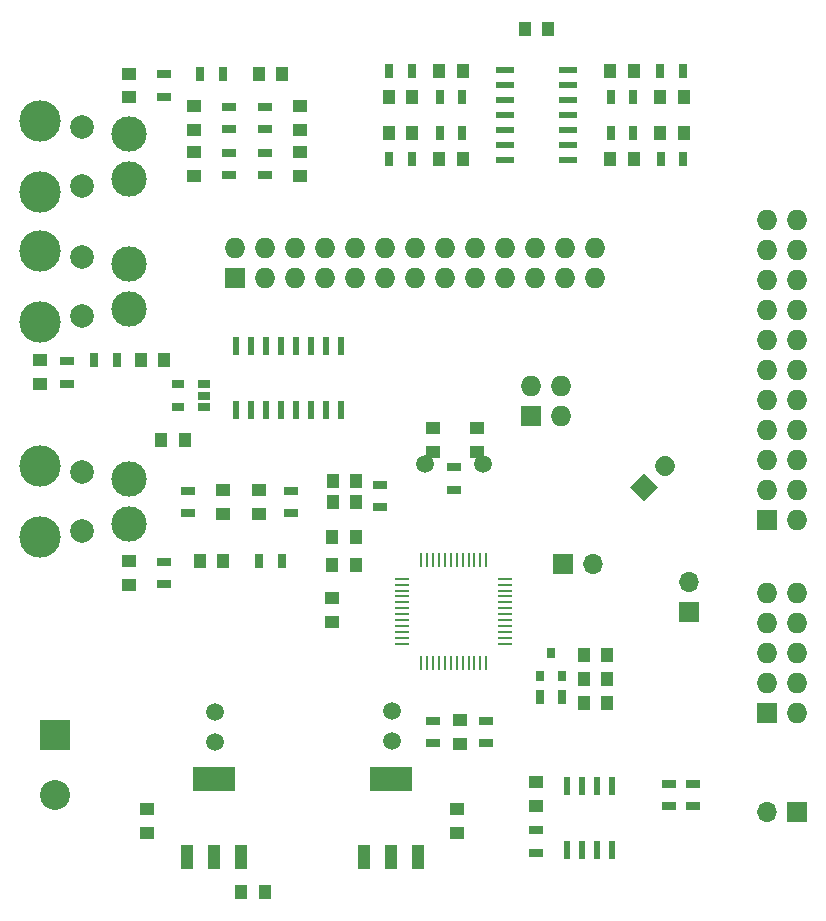
<source format=gbr>
G04 #@! TF.FileFunction,Soldermask,Top*
%FSLAX46Y46*%
G04 Gerber Fmt 4.6, Leading zero omitted, Abs format (unit mm)*
G04 Created by KiCad (PCBNEW 4.0.1-stable) date 10.10.2017 21:56:15*
%MOMM*%
G01*
G04 APERTURE LIST*
%ADD10C,0.100000*%
%ADD11R,0.250000X1.300000*%
%ADD12R,1.300000X0.250000*%
%ADD13R,1.300000X0.700000*%
%ADD14R,0.600000X1.500000*%
%ADD15R,1.727200X1.727200*%
%ADD16O,1.727200X1.727200*%
%ADD17R,1.250000X1.000000*%
%ADD18C,1.501140*%
%ADD19R,0.700000X1.300000*%
%ADD20R,1.000000X1.250000*%
%ADD21R,0.600000X1.550000*%
%ADD22R,1.500000X0.600000*%
%ADD23R,2.540000X2.540000*%
%ADD24C,2.540000*%
%ADD25R,3.657600X2.032000*%
%ADD26R,1.016000X2.032000*%
%ADD27R,1.060000X0.650000*%
%ADD28C,3.000000*%
%ADD29C,2.000000*%
%ADD30C,3.500000*%
%ADD31R,0.800000X0.900000*%
%ADD32R,1.700000X1.700000*%
%ADD33O,1.700000X1.700000*%
%ADD34C,1.700000*%
G04 APERTURE END LIST*
D10*
D11*
X35950000Y-61050000D03*
X36450000Y-61050000D03*
X36950000Y-61050000D03*
X37450000Y-61050000D03*
X37950000Y-61050000D03*
X38450000Y-61050000D03*
X38950000Y-61050000D03*
X39450000Y-61050000D03*
X39950000Y-61050000D03*
X40450000Y-61050000D03*
X40950000Y-61050000D03*
X41450000Y-61050000D03*
D12*
X43050000Y-59450000D03*
X43050000Y-58950000D03*
X43050000Y-58450000D03*
X43050000Y-57950000D03*
X43050000Y-57450000D03*
X43050000Y-56950000D03*
X43050000Y-56450000D03*
X43050000Y-55950000D03*
X43050000Y-55450000D03*
X43050000Y-54950000D03*
X43050000Y-54450000D03*
X43050000Y-53950000D03*
D11*
X41450000Y-52350000D03*
X40950000Y-52350000D03*
X40450000Y-52350000D03*
X39950000Y-52350000D03*
X39450000Y-52350000D03*
X38950000Y-52350000D03*
X38450000Y-52350000D03*
X37950000Y-52350000D03*
X37450000Y-52350000D03*
X36950000Y-52350000D03*
X36450000Y-52350000D03*
X35950000Y-52350000D03*
D12*
X34350000Y-53950000D03*
X34350000Y-54450000D03*
X34350000Y-54950000D03*
X34350000Y-55450000D03*
X34350000Y-55950000D03*
X34350000Y-56450000D03*
X34350000Y-56950000D03*
X34350000Y-57450000D03*
X34350000Y-57950000D03*
X34350000Y-58450000D03*
X34350000Y-58950000D03*
X34350000Y-59450000D03*
D13*
X24950000Y-46500000D03*
X24950000Y-48400000D03*
D14*
X29145000Y-34250000D03*
X27875000Y-34250000D03*
X26605000Y-34250000D03*
X25335000Y-34250000D03*
X24065000Y-34250000D03*
X22795000Y-34250000D03*
X21525000Y-34250000D03*
X20255000Y-34250000D03*
X20255000Y-39650000D03*
X21525000Y-39650000D03*
X22795000Y-39650000D03*
X24065000Y-39650000D03*
X25335000Y-39650000D03*
X26605000Y-39650000D03*
X27875000Y-39650000D03*
X29145000Y-39650000D03*
D15*
X20166000Y-28485732D03*
D16*
X20166000Y-25945732D03*
X22706000Y-28485732D03*
X22706000Y-25945732D03*
X25246000Y-28485732D03*
X25246000Y-25945732D03*
X27786000Y-28485732D03*
X27786000Y-25945732D03*
X30326000Y-28485732D03*
X30326000Y-25945732D03*
X32866000Y-28485732D03*
X32866000Y-25945732D03*
X35406000Y-28485732D03*
X35406000Y-25945732D03*
X37946000Y-28485732D03*
X37946000Y-25945732D03*
X40486000Y-28485732D03*
X40486000Y-25945732D03*
X43026000Y-28485732D03*
X43026000Y-25945732D03*
X45566000Y-28485732D03*
X45566000Y-25945732D03*
X48106000Y-28485732D03*
X48106000Y-25945732D03*
X50646000Y-28485732D03*
X50646000Y-25945732D03*
D17*
X36950000Y-43200000D03*
X36950000Y-41200000D03*
D18*
X36259060Y-44200000D03*
X41140940Y-44200000D03*
D17*
X40700000Y-43200000D03*
X40700000Y-41200000D03*
D15*
X45200000Y-40200000D03*
D16*
X47740000Y-40200000D03*
X45200000Y-37660000D03*
X47740000Y-37660000D03*
D19*
X35150000Y-18450000D03*
X33250000Y-18450000D03*
D15*
X65200000Y-65280000D03*
D16*
X67740000Y-65280000D03*
X65200000Y-62740000D03*
X67740000Y-62740000D03*
X65200000Y-60200000D03*
X67740000Y-60200000D03*
X65200000Y-57660000D03*
X67740000Y-57660000D03*
X65200000Y-55120000D03*
X67740000Y-55120000D03*
D13*
X38700000Y-46400000D03*
X38700000Y-44500000D03*
D17*
X16700000Y-19838000D03*
X16700000Y-17838000D03*
D13*
X22700000Y-17888000D03*
X22700000Y-19788000D03*
X19700000Y-19788000D03*
X19700000Y-17888000D03*
D17*
X25700000Y-17838000D03*
X25700000Y-19838000D03*
D20*
X30400000Y-50400000D03*
X28400000Y-50400000D03*
D15*
X65200000Y-48950000D03*
D16*
X67740000Y-48950000D03*
X65200000Y-46410000D03*
X67740000Y-46410000D03*
X65200000Y-43870000D03*
X67740000Y-43870000D03*
X65200000Y-41330000D03*
X67740000Y-41330000D03*
X65200000Y-38790000D03*
X67740000Y-38790000D03*
X65200000Y-36250000D03*
X67740000Y-36250000D03*
X65200000Y-33710000D03*
X67740000Y-33710000D03*
X65200000Y-31170000D03*
X67740000Y-31170000D03*
X65200000Y-28630000D03*
X67740000Y-28630000D03*
X65200000Y-26090000D03*
X67740000Y-26090000D03*
X65200000Y-23550000D03*
X67740000Y-23550000D03*
D19*
X46000000Y-63950000D03*
X47900000Y-63950000D03*
D21*
X48295000Y-76900000D03*
X49565000Y-76900000D03*
X50835000Y-76900000D03*
X52105000Y-76900000D03*
X52105000Y-71500000D03*
X50835000Y-71500000D03*
X49565000Y-71500000D03*
X48295000Y-71500000D03*
D13*
X58950000Y-73200000D03*
X58950000Y-71300000D03*
X56950000Y-73200000D03*
X56950000Y-71300000D03*
D20*
X39450000Y-18450000D03*
X37450000Y-18450000D03*
D22*
X43000000Y-10890000D03*
X43000000Y-12160000D03*
X43000000Y-13430000D03*
X43000000Y-14700000D03*
X43000000Y-15970000D03*
X43000000Y-17240000D03*
X43000000Y-18510000D03*
X48400000Y-18510000D03*
X48400000Y-17240000D03*
X48400000Y-15970000D03*
X48400000Y-14700000D03*
X48400000Y-13430000D03*
X48400000Y-12160000D03*
X48400000Y-10890000D03*
D20*
X46700000Y-7450000D03*
X44700000Y-7450000D03*
D19*
X39400000Y-16200000D03*
X37500000Y-16200000D03*
D17*
X25700000Y-13950000D03*
X25700000Y-15950000D03*
D19*
X35150000Y-10950000D03*
X33250000Y-10950000D03*
X39400000Y-13200000D03*
X37500000Y-13200000D03*
D18*
X18450000Y-65200000D03*
X18450000Y-67740000D03*
X33450000Y-65160000D03*
X33450000Y-67700000D03*
D23*
X4950000Y-67160000D03*
D24*
X4950000Y-72240000D03*
D20*
X33200000Y-13200000D03*
X35200000Y-13200000D03*
X33200000Y-16200000D03*
X35200000Y-16200000D03*
X39450000Y-10950000D03*
X37450000Y-10950000D03*
D17*
X11200000Y-52450000D03*
X11200000Y-54450000D03*
X38950000Y-73450000D03*
X38950000Y-75450000D03*
X19200000Y-48450000D03*
X19200000Y-46450000D03*
D20*
X22200000Y-11200000D03*
X24200000Y-11200000D03*
X19200000Y-52450000D03*
X17200000Y-52450000D03*
D17*
X22200000Y-46450000D03*
X22200000Y-48450000D03*
X39200000Y-65950000D03*
X39200000Y-67950000D03*
X11200000Y-11200000D03*
X11200000Y-13200000D03*
X16700000Y-15950000D03*
X16700000Y-13950000D03*
D20*
X49700000Y-62450000D03*
X51700000Y-62450000D03*
D17*
X28400000Y-57600000D03*
X28400000Y-55600000D03*
D20*
X49700000Y-60450000D03*
X51700000Y-60450000D03*
X30400000Y-52800000D03*
X28400000Y-52800000D03*
X58200000Y-16200000D03*
X56200000Y-16200000D03*
X58200000Y-13200000D03*
X56200000Y-13200000D03*
X51950000Y-18450000D03*
X53950000Y-18450000D03*
X51950000Y-10950000D03*
X53950000Y-10950000D03*
X28450000Y-47450000D03*
X30450000Y-47450000D03*
X28450000Y-45700000D03*
X30450000Y-45700000D03*
X12200000Y-35450000D03*
X14200000Y-35450000D03*
D17*
X3700000Y-35450000D03*
X3700000Y-37450000D03*
X45700000Y-73200000D03*
X45700000Y-71200000D03*
D20*
X49700000Y-64450000D03*
X51700000Y-64450000D03*
D13*
X14200000Y-54400000D03*
X14200000Y-52500000D03*
X16200000Y-46500000D03*
X16200000Y-48400000D03*
D19*
X19150000Y-11200000D03*
X17250000Y-11200000D03*
D13*
X22700000Y-14000000D03*
X22700000Y-15900000D03*
X41450000Y-67900000D03*
X41450000Y-66000000D03*
X14200000Y-11250000D03*
X14200000Y-13150000D03*
X19700000Y-15900000D03*
X19700000Y-14000000D03*
X36950000Y-67900000D03*
X36950000Y-66000000D03*
D19*
X22250000Y-52450000D03*
X24150000Y-52450000D03*
X56250000Y-18450000D03*
X58150000Y-18450000D03*
X56200000Y-10950000D03*
X58100000Y-10950000D03*
X52000000Y-16200000D03*
X53900000Y-16200000D03*
X52000000Y-13200000D03*
X53900000Y-13200000D03*
D13*
X32450000Y-46000000D03*
X32450000Y-47900000D03*
D19*
X10150000Y-35450000D03*
X8250000Y-35450000D03*
D13*
X5950000Y-35550000D03*
X5950000Y-37450000D03*
D25*
X33400000Y-70898000D03*
D26*
X33400000Y-77502000D03*
X35686000Y-77502000D03*
X31114000Y-77502000D03*
D20*
X20700000Y-80450000D03*
X22700000Y-80450000D03*
D17*
X12700000Y-73450000D03*
X12700000Y-75450000D03*
D25*
X18400000Y-70898000D03*
D26*
X18400000Y-77502000D03*
X20686000Y-77502000D03*
X16114000Y-77502000D03*
D27*
X17550000Y-39400000D03*
X17550000Y-38450000D03*
X17550000Y-37500000D03*
X15350000Y-37500000D03*
X15350000Y-39400000D03*
D20*
X15950000Y-42200000D03*
X13950000Y-42200000D03*
D13*
X45700000Y-77150000D03*
X45700000Y-75250000D03*
D28*
X11200000Y-45550000D03*
X11200000Y-49350000D03*
D29*
X7200000Y-44950000D03*
X7200000Y-49950000D03*
D30*
X3700000Y-44450000D03*
X3700000Y-50450000D03*
D28*
X11200000Y-16300000D03*
X11200000Y-20100000D03*
D29*
X7200000Y-15700000D03*
X7200000Y-20700000D03*
D30*
X3700000Y-15200000D03*
X3700000Y-21200000D03*
D28*
X11200000Y-27300000D03*
X11200000Y-31100000D03*
D29*
X7200000Y-26700000D03*
X7200000Y-31700000D03*
D30*
X3700000Y-26200000D03*
X3700000Y-32200000D03*
D31*
X46000000Y-62200000D03*
X47900000Y-62200000D03*
X46950000Y-60200000D03*
D32*
X67740000Y-73700000D03*
D33*
X65200000Y-73700000D03*
D32*
X58600000Y-56800000D03*
D33*
X58600000Y-54260000D03*
D10*
G36*
X56002082Y-46200000D02*
X54800000Y-47402082D01*
X53597918Y-46200000D01*
X54800000Y-44997918D01*
X56002082Y-46200000D01*
X56002082Y-46200000D01*
G37*
D34*
X56596051Y-44403949D02*
X56596051Y-44403949D01*
D32*
X47950000Y-52700000D03*
D33*
X50490000Y-52700000D03*
M02*

</source>
